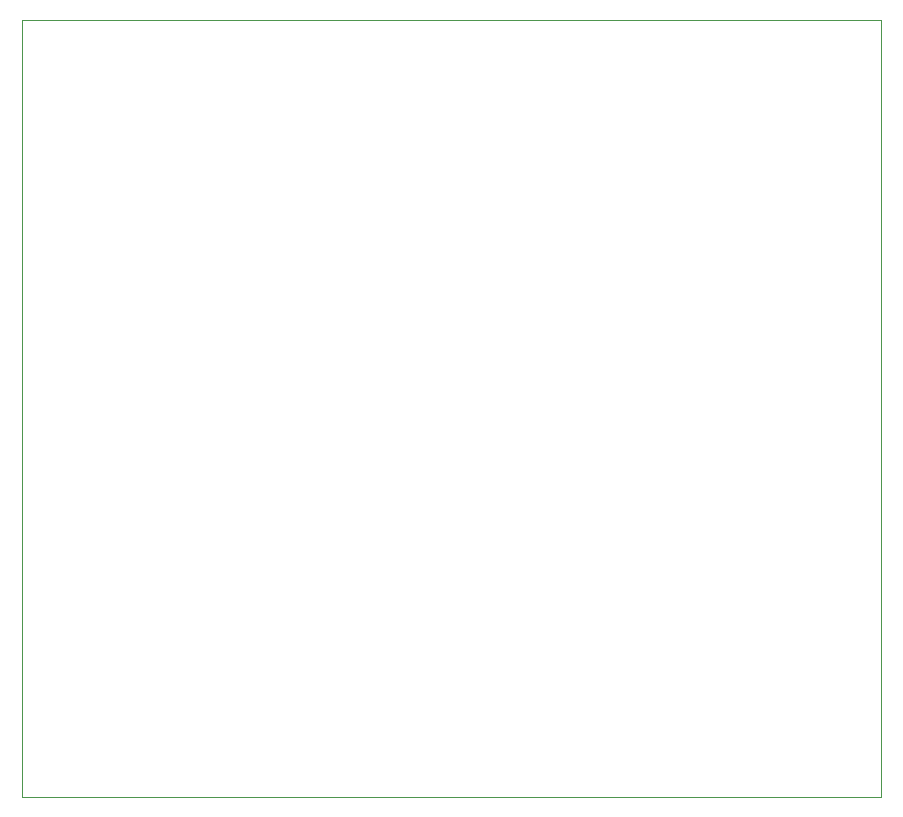
<source format=gbr>
%TF.GenerationSoftware,KiCad,Pcbnew,7.0.1*%
%TF.CreationDate,2023-03-24T11:50:05-04:00*%
%TF.ProjectId,esp,6573702e-6b69-4636-9164-5f7063625858,1.0*%
%TF.SameCoordinates,Original*%
%TF.FileFunction,Profile,NP*%
%FSLAX46Y46*%
G04 Gerber Fmt 4.6, Leading zero omitted, Abs format (unit mm)*
G04 Created by KiCad (PCBNEW 7.0.1) date 2023-03-24 11:50:05*
%MOMM*%
%LPD*%
G01*
G04 APERTURE LIST*
%TA.AperFunction,Profile*%
%ADD10C,0.100000*%
%TD*%
G04 APERTURE END LIST*
D10*
X121031000Y-60299600D02*
X193776600Y-60299600D01*
X193776600Y-126085600D01*
X121031000Y-126085600D01*
X121031000Y-60299600D01*
M02*

</source>
